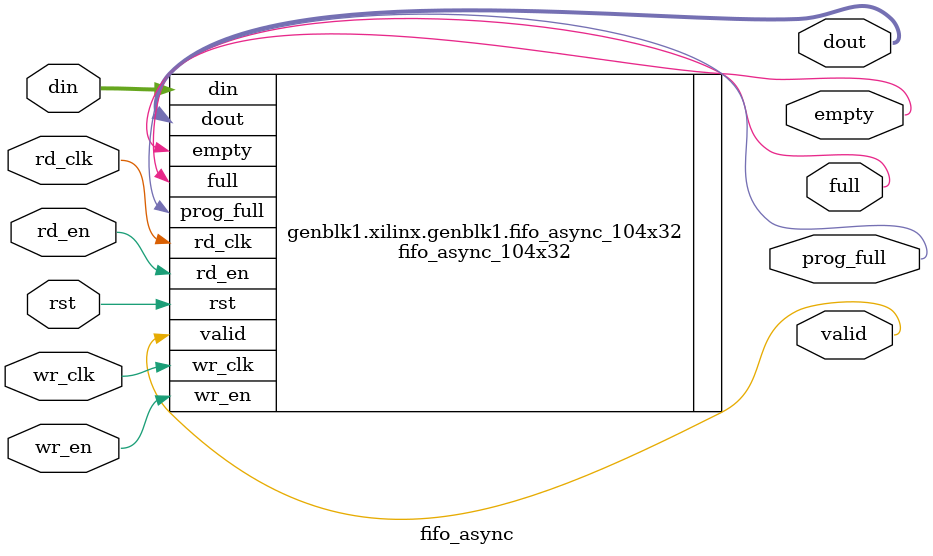
<source format=v>
module fifo_async 
   (/*AUTOARG*/
   // Outputs
   full, prog_full, dout, empty, valid,
   // Inputs
   rst, wr_clk, rd_clk, wr_en, din, rd_en
   );
   
   parameter DW    = 104;     //FIFO width
   parameter DEPTH = 32;      //FIFO depth
   parameter TYPE  = "XILINX";//"BASIC" or "XILINX" or "ALTERA"
   
   //##########
   //# RESET/CLOCK
   //##########
   input 	   rst;       //read/write reset
   input           wr_clk;    //write clock   
   input           rd_clk;    //read clock   

   //##########
   //# FIFO WRITE
   //##########
   input 	   wr_en;   
   input [DW-1:0]  din;
   output 	   full;
   output 	   prog_full;
   
   //###########
   //# FIFO READ
   //###########
   input 	   rd_en;
   output [DW-1:0] dout;
   output 	   empty;
   output 	   valid;

generate
if(TYPE=="BASIC") begin : basic   
   fifo_async_model 
     #(.DEPTH(DEPTH),
       .DW(DW))
   fifo_model (
	       /*AUTOINST*/
	       // Outputs
	       .full			(full),
	       .prog_full		(prog_full),
	       .dout			(dout[DW-1:0]),
	       .empty			(empty),
	       .valid			(valid),
	       // Inputs
	       .rst			(rst),
	       .wr_clk			(wr_clk),
	       .rd_clk			(rd_clk),
	       .wr_en			(wr_en),
	       .din			(din[DW-1:0]),
	       .rd_en			(rd_en));
end
else if (TYPE=="XILINX") begin : xilinx
   if((DW==104) & (DEPTH==32))
     begin
	fifo_async_104x32 fifo_async_104x32 (
					     /*AUTOINST*/
					     // Outputs
					     .full		(full),
					     .prog_full		(prog_full),
					     .dout		(dout[DW-1:0]),
					     .empty		(empty),
					     .valid		(valid),
					     // Inputs
					     .rst		(rst),
					     .wr_clk		(wr_clk),
					     .rd_clk		(rd_clk),
					     .wr_en		(wr_en),
					     .din		(din[DW-1:0]),
					     .rd_en		(rd_en));
	
     end // if ((DW==104) & (DEPTH==32))
end // block: xilinx   
endgenerate
   
endmodule // fifo_async
// Local Variables:
// verilog-library-directories:("." "../fpga/" "../dv")
// End:

</source>
